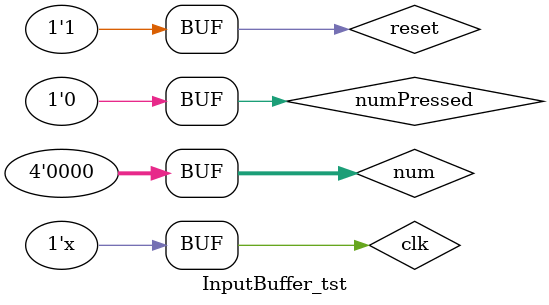
<source format=v>
`timescale 1 ns/ 1 ps
module InputBuffer_tst();
reg clear;
reg clk;
reg [3:0] num;
reg numPressed;
reg reset;
reg submit;
// wires                                               
wire [3:0]  num1;
wire [3:0]  num2;
wire [3:0]  num3;
wire [3:0]  num4;

InputBuffer inst1 (
// port map - connection between master ports and signals/registers   
	.clear(clear),
	.clk(clk),
	.num(num),
	.num1(num1),
	.num2(num2),
	.num3(num3),
	.num4(num4),
	.numPressed(numPressed),
	.reset(reset),
	.submit(submit)
);

initial begin
	reset = 0;
	#80;
	reset = 1;
	#120;
	num = 1;
	numPressed = 1;
	#80;
	num = 0;
	numPressed = 0;
	#120;
	num = 3;
	numPressed = 1;
	#80;
	num = 0;
	numPressed = 0;
	#120;
	num = 8;
	numPressed = 1;
	#80;
	num = 0;
	numPressed = 0;
end
always # 20 clk = ~clk;
endmodule
</source>
